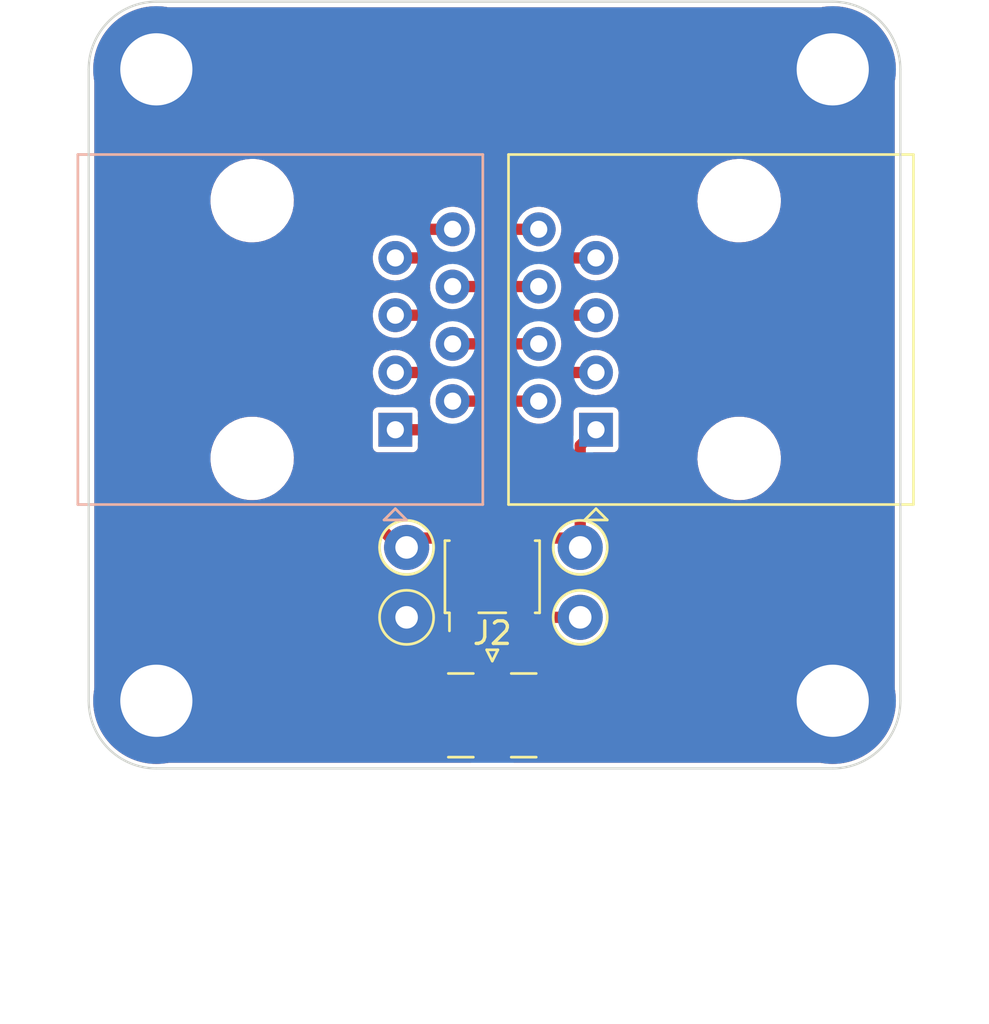
<source format=kicad_pcb>
(kicad_pcb (version 20211014) (generator pcbnew)
  (title_block (rev "1"))
  (layers (0 "F.Cu" signal "Front") (31 "B.Cu" signal "Back") (34 "B.Paste" user) (35 "F.Paste" user) (36 "B.SilkS" user "B.Silkscreen") (37 "F.SilkS" user "F.Silkscreen") (38 "B.Mask" user) (39 "F.Mask" user) (44 "Edge.Cuts" user))
  (net 0 "")
  (net 1 "Net-(J1-Pad1)")
  (net 2 "Net-(J1-Pad2)")
  (net 3 "Net-(J1-Pad3)")
  (net 4 "Net-(J1-Pad4)")
  (net 5 "Net-(J1-Pad5)")
  (net 6 "Net-(J1-Pad6)")
  (net 7 "Net-(J1-Pad7)")
  (net 8 "Net-(J1-Pad8)")
  (net 9 "Net-(J2-Pad1)")
  (net 10 "GND")
  (net 11 "Net-(J3-Pad8)")
  (footprint "Connector_Coaxial:SMA_Samtec_SMA-J-P-X-ST-EM1_EdgeMount" (layer "F.Cu") (at 117.9 91.5)
    (fp_text reference "J2" (at 0 -3.5) (layer "F.SilkS"))
    (fp_text value "Conn_Coaxial")
    (fp_line (start -0.25 -2.76) (end 0 -2.26) (layer "F.SilkS") (width 0.12))
    (fp_line (start -1.95 2) (end -0.84 2) (layer "F.SilkS") (width 0.12))
    (fp_line (start 0 -2.26) (end 0.25 -2.76) (layer "F.SilkS") (width 0.12))
    (fp_line (start -1.95 -1.71) (end -0.84 -1.71) (layer "F.SilkS") (width 0.12))
    (fp_line (start 0.25 -2.76) (end -0.25 -2.76) (layer "F.SilkS") (width 0.12))
    (fp_line (start 0.84 2) (end 1.95 2) (layer "F.SilkS") (width 0.12))
    (fp_line (start 0.84 -1.71) (end 1.95 -1.71) (layer "F.SilkS") (width 0.12))
    (pad "1" smd rect (at 0 0.2) (size 1.27 3.6) (layers "F.Cu" "F.Paste" "F.Mask") (net 9 "Net-(J2-Pad1)"))
    (pad "2" smd rect (at -2.825 0) (size 1.35 4.2) (layers "F.Cu" "F.Paste" "F.Mask") (net 10 "GND"))
    (pad "2" smd rect (at 2.825 0) (size 1.35 4.2) (layers "F.Cu" "F.Paste" "F.Mask") (net 10 "GND"))
    (pad "2" smd rect (at 2.825 0) (size 1.35 4.2) (layers "B.Cu" "B.Paste" "B.Mask") (net 10 "GND"))
    (pad "2" smd rect (at -2.825 0) (size 1.35 4.2) (layers "B.Cu" "B.Paste" "B.Mask") (net 10 "GND"))
  )
  (footprint "TestPoint:TestPoint_THTPad_D2.0mm_Drill1.0mm" (layer "F.Cu") (at 114.1 84.2)
    (fp_text reference "TP3" hide)
    (fp_text value "TestPoint")
    (fp_circle (center 0 0) (end 0 1.2) (layer "F.SilkS") (width 0.12) (fill none))
    (pad "1" thru_hole circle (at 0 0) (size 2 2) (drill 1) (layers *.Cu *.Mask) (net 11 "Net-(J3-Pad8)"))
  )
  (footprint "Connector_RJ:RJ45_Amphenol_54602-x08_Horizontal" (layer "F.Cu") (at 122.5 78.9825 90)
    (fp_text reference "J1" hide)
    (fp_text value "8P8C")
    (fp_line (start -3.315 -3.88) (end -3.315 14.08) (layer "F.SilkS") (width 0.12))
    (fp_line (start -4 0.5) (end -3.5 0) (layer "F.SilkS") (width 0.12))
    (fp_line (start -3.5 0) (end -4 -0.5) (layer "F.SilkS") (width 0.12))
    (fp_line (start -3.315 14.08) (end 12.205 14.08) (layer "F.SilkS") (width 0.12))
    (fp_line (start -4 -0.5) (end -4 0.5) (layer "F.SilkS") (width 0.12))
    (fp_line (start 12.205 -3.88) (end -3.315 -3.88) (layer "F.SilkS") (width 0.12))
    (fp_line (start 12.205 -3.88) (end 12.205 14.08) (layer "F.SilkS") (width 0.12))
    (pad "" np_thru_hole circle (at -1.27 6.35 90) (size 3.2 3.2) (drill 3.2) (layers *.Cu *.Mask))
    (pad "" np_thru_hole circle (at 10.16 6.35 90) (size 3.2 3.2) (drill 3.2) (layers *.Cu *.Mask))
    (pad "1" thru_hole rect (at 0 0 90) (size 1.5 1.5) (drill 0.76) (layers *.Cu *.Mask) (net 1 "Net-(J1-Pad1)"))
    (pad "2" thru_hole circle (at 1.27 -2.54 90) (size 1.5 1.5) (drill 0.76) (layers *.Cu *.Mask) (net 2 "Net-(J1-Pad2)"))
    (pad "3" thru_hole circle (at 2.54 0 90) (size 1.5 1.5) (drill 0.76) (layers *.Cu *.Mask) (net 3 "Net-(J1-Pad3)"))
    (pad "4" thru_hole circle (at 3.81 -2.54 90) (size 1.5 1.5) (drill 0.76) (layers *.Cu *.Mask) (net 4 "Net-(J1-Pad4)"))
    (pad "5" thru_hole circle (at 5.08 0 90) (size 1.5 1.5) (drill 0.76) (layers *.Cu *.Mask) (net 5 "Net-(J1-Pad5)"))
    (pad "6" thru_hole circle (at 6.35 -2.54 90) (size 1.5 1.5) (drill 0.76) (layers *.Cu *.Mask) (net 6 "Net-(J1-Pad6)"))
    (pad "7" thru_hole circle (at 7.62 0 90) (size 1.5 1.5) (drill 0.76) (layers *.Cu *.Mask) (net 7 "Net-(J1-Pad7)"))
    (pad "8" thru_hole circle (at 8.89 -2.54 90) (size 1.5 1.5) (drill 0.76) (layers *.Cu *.Mask) (net 8 "Net-(J1-Pad8)"))
  )
  (footprint "TestPoint:TestPoint_THTPad_D2.0mm_Drill1.0mm" (layer "F.Cu") (at 121.8 84.2)
    (fp_text reference "TP2" hide)
    (fp_text value "TestPoint")
    (fp_circle (center 0 0) (end 0 1.2) (layer "F.SilkS") (width 0.12) (fill none))
    (pad "1" thru_hole circle (at 0 0) (size 2 2) (drill 1) (layers *.Cu *.Mask) (net 1 "Net-(J1-Pad1)"))
  )
  (footprint "MountingHole:MountingHole_3.2mm_M3_DIN965_Pad" (layer "F.Cu") (at 103 63)
    (fp_text reference "H2" hide)
    (fp_text value "MountingHole_Pad")
    (pad "1" thru_hole circle (at 0 0) (size 5.6 5.6) (drill 3.2) (layers *.Cu *.Mask) (net 10 "GND"))
  )
  (footprint "MountingHole:MountingHole_3.2mm_M3_DIN965_Pad" (layer "F.Cu") (at 133 63)
    (fp_text reference "H4" hide)
    (fp_text value "MountingHole_Pad")
    (pad "1" thru_hole circle (at 0 0) (size 5.6 5.6) (drill 3.2) (layers *.Cu *.Mask) (net 10 "GND"))
  )
  (footprint "TestPoint:TestPoint_THTPad_D2.0mm_Drill1.0mm" (layer "F.Cu") (at 121.8 87.3)
    (fp_text reference "TP1" hide)
    (fp_text value "TestPoint")
    (fp_circle (center 0 0) (end 0 1.2) (layer "F.SilkS") (width 0.12) (fill none))
    (pad "1" thru_hole circle (at 0 0) (size 2 2) (drill 1) (layers *.Cu *.Mask) (net 9 "Net-(J2-Pad1)"))
  )
  (footprint "Transformer_SMD:Transformer_MACOM_SM-22" (layer "F.Cu") (at 117.9 85.5 90)
    (fp_text reference "TR1" hide)
    (fp_text value "ETC4-1-2")
    (fp_line (start -1.6 2.1) (end 1.6 2.1) (layer "F.SilkS") (width 0.12))
    (fp_line (start 1.6 -1.9) (end 1.6 -2.1) (layer "F.SilkS") (width 0.12))
    (fp_line (start 1.6 2.1) (end 1.6 1.9) (layer "F.SilkS") (width 0.12))
    (fp_line (start -1.6 1.9) (end -1.6 2.1) (layer "F.SilkS") (width 0.12))
    (fp_line (start -1.6 -2.1) (end -1.6 -1.9) (layer "F.SilkS") (width 0.12))
    (fp_line (start -1.6 -0.6) (end -1.6 0.6) (layer "F.SilkS") (width 0.12))
    (fp_line (start -1.6 -1.9) (end -2.4 -1.9) (layer "F.SilkS") (width 0.12))
    (fp_line (start 1.6 -2.1) (end -1.6 -2.1) (layer "F.SilkS") (width 0.12))
    (pad "1" smd rect (at -1.715 -1.27 90) (size 1.4 0.76) (layers "F.Cu" "F.Paste" "F.Mask") (net 10 "GND"))
    (pad "2" smd rect (at -1.715 1.27 90) (size 1.4 0.76) (layers "F.Cu" "F.Paste" "F.Mask") (net 9 "Net-(J2-Pad1)"))
    (pad "3" smd rect (at 1.715 1.27 90) (size 1.4 0.76) (layers "F.Cu" "F.Paste" "F.Mask") (net 1 "Net-(J1-Pad1)"))
    (pad "4" smd rect (at 1.715 0 90) (size 1.4 0.76) (layers "F.Cu" "F.Paste" "F.Mask") (net 10 "GND"))
    (pad "5" smd rect (at 1.715 -1.27 90) (size 1.4 0.76) (layers "F.Cu" "F.Paste" "F.Mask") (net 11 "Net-(J3-Pad8)"))
  )
  (footprint "MountingHole:MountingHole_3.2mm_M3_DIN965_Pad" (layer "F.Cu") (at 103 91)
    (fp_text reference "H3" hide)
    (fp_text value "MountingHole_Pad")
    (pad "1" thru_hole circle (at 0 0) (size 5.6 5.6) (drill 3.2) (layers *.Cu *.Mask) (net 10 "GND"))
  )
  (footprint "TestPoint:TestPoint_THTPad_D2.0mm_Drill1.0mm" (layer "F.Cu") (at 114.1 87.3)
    (fp_text reference "TP4" hide)
    (fp_text value "TestPoint")
    (fp_circle (center 0 0) (end 0 1.2) (layer "F.SilkS") (width 0.12) (fill none))
    (pad "1" thru_hole circle (at 0 0) (size 2 2) (drill 1) (layers *.Cu *.Mask) (net 10 "GND"))
  )
  (footprint "MountingHole:MountingHole_3.2mm_M3_DIN965_Pad" (layer "F.Cu") (at 133 91)
    (fp_text reference "H1" hide)
    (fp_text value "MountingHole_Pad")
    (pad "1" thru_hole circle (at 0 0) (size 5.6 5.6) (drill 3.2) (layers *.Cu *.Mask) (net 10 "GND"))
  )
  (footprint "Connector_RJ:RJ45_Amphenol_54602-x08_Horizontal" (layer "B.Cu") (at 113.6 78.9825 90)
    (fp_text reference "J3" hide)
    (fp_text value "8P8C")
    (fp_line (start 12.205 3.88) (end -3.315 3.88) (layer "B.SilkS") (width 0.12))
    (fp_line (start -3.5 0) (end -4 0.5) (layer "B.SilkS") (width 0.12))
    (fp_line (start 12.205 3.88) (end 12.205 -14.08) (layer "B.SilkS") (width 0.12))
    (fp_line (start -3.315 3.88) (end -3.315 -14.08) (layer "B.SilkS") (width 0.12))
    (fp_line (start -4 -0.5) (end -3.5 0) (layer "B.SilkS") (width 0.12))
    (fp_line (start -3.315 -14.08) (end 12.205 -14.08) (layer "B.SilkS") (width 0.12))
    (fp_line (start -4 0.5) (end -4 -0.5) (layer "B.SilkS") (width 0.12))
    (pad "" np_thru_hole circle (at -1.27 -6.35 90) (size 3.2 3.2) (drill 3.2) (layers *.Cu *.Mask))
    (pad "" np_thru_hole circle (at 10.16 -6.35 90) (size 3.2 3.2) (drill 3.2) (layers *.Cu *.Mask))
    (pad "1" thru_hole rect (at 0 0 90) (size 1.5 1.5) (drill 0.76) (layers *.Cu *.Mask) (net 2 "Net-(J1-Pad2)"))
    (pad "2" thru_hole circle (at 1.27 2.54 90) (size 1.5 1.5) (drill 0.76) (layers *.Cu *.Mask) (net 3 "Net-(J1-Pad3)"))
    (pad "3" thru_hole circle (at 2.54 0 90) (size 1.5 1.5) (drill 0.76) (layers *.Cu *.Mask) (net 4 "Net-(J1-Pad4)"))
    (pad "4" thru_hole circle (at 3.81 2.54 90) (size 1.5 1.5) (drill 0.76) (layers *.Cu *.Mask) (net 5 "Net-(J1-Pad5)"))
    (pad "5" thru_hole circle (at 5.08 0 90) (size 1.5 1.5) (drill 0.76) (layers *.Cu *.Mask) (net 6 "Net-(J1-Pad6)"))
    (pad "6" thru_hole circle (at 6.35 2.54 90) (size 1.5 1.5) (drill 0.76) (layers *.Cu *.Mask) (net 7 "Net-(J1-Pad7)"))
    (pad "7" thru_hole circle (at 7.62 0 90) (size 1.5 1.5) (drill 0.76) (layers *.Cu *.Mask) (net 8 "Net-(J1-Pad8)"))
    (pad "8" thru_hole circle (at 8.89 2.54 90) (size 1.5 1.5) (drill 0.76) (layers *.Cu *.Mask) (net 11 "Net-(J3-Pad8)"))
  )
  (gr_arc (start 103 94) (mid 100.87868 93.12132) (end 100 91) (layer "Edge.Cuts") (width 0.1))
  (gr_arc (start 136 91) (mid 135.12132 93.12132) (end 133 94) (layer "Edge.Cuts") (width 0.1))
  (gr_arc (start 133 60) (mid 135.12132 60.87868) (end 136 63) (layer "Edge.Cuts") (width 0.1))
  (gr_line (start 136 91) (end 136 63) (layer "Edge.Cuts") (width 0.1))
  (gr_line (start 103 60) (end 133 60) (layer "Edge.Cuts") (width 0.1))
  (gr_arc (start 100 63) (mid 100.87868 60.87868) (end 103 60) (layer "Edge.Cuts") (width 0.1))
  (gr_line (start 103 94) (end 133 94) (layer "Edge.Cuts") (width 0.1))
  (gr_line (start 100 63) (end 100 91) (layer "Edge.Cuts") (width 0.1))
  (segment (start 121.8 83.785) (end 121.8 79.6825) (width 0.5) (layer "F.Cu") (net 1))
  (segment (start 121.8 79.6825) (end 122.5 78.9825) (width 0.5) (layer "F.Cu") (net 1))
  (segment (start 119.17 83.785) (end 121.8 83.785) (width 0.5) (layer "F.Cu") (net 1))
  (segment (start 118.6875 77.7125) (end 119.96 77.7125) (width 0.5) (layer "F.Cu") (net 2))
  (segment (start 117.4175 78.9825) (end 118.6875 77.7125) (width 0.5) (layer "F.Cu") (net 2))
  (segment (start 113.6 78.9825) (end 117.4175 78.9825) (width 0.5) (layer "F.Cu") (net 2))
  (segment (start 117.4875 77.7125) (end 118.7575 76.4425) (width 0.5) (layer "F.Cu") (net 3))
  (segment (start 116.14 77.7125) (end 117.4875 77.7125) (width 0.5) (layer "F.Cu") (net 3))
  (segment (start 118.7575 76.4425) (end 122.5 76.4425) (width 0.5) (layer "F.Cu") (net 3))
  (segment (start 113.6 76.4425) (end 117.4575 76.4425) (width 0.5) (layer "F.Cu") (net 4))
  (segment (start 118.7275 75.1725) (end 119.96 75.1725) (width 0.5) (layer "F.Cu") (net 4))
  (segment (start 117.4575 76.4425) (end 118.7275 75.1725) (width 0.5) (layer "F.Cu") (net 4))
  (segment (start 118.6975 73.9025) (end 122.5 73.9025) (width 0.5) (layer "F.Cu") (net 5))
  (segment (start 116.14 75.1725) (end 117.4275 75.1725) (width 0.5) (layer "F.Cu") (net 5))
  (segment (start 117.4275 75.1725) (end 118.6975 73.9025) (width 0.5) (layer "F.Cu") (net 5))
  (segment (start 117.3475 73.9025) (end 118.6175 72.6325) (width 0.5) (layer "F.Cu") (net 6))
  (segment (start 113.6 73.9025) (end 117.3475 73.9025) (width 0.5) (layer "F.Cu") (net 6))
  (segment (start 118.6175 72.6325) (end 119.96 72.6325) (width 0.5) (layer "F.Cu") (net 6))
  (segment (start 116.14 72.6325) (end 117.2675 72.6325) (width 0.5) (layer "F.Cu") (net 7))
  (segment (start 117.2675 72.6325) (end 118.5375 71.3625) (width 0.5) (layer "F.Cu") (net 7))
  (segment (start 118.5375 71.3625) (end 122.5 71.3625) (width 0.5) (layer "F.Cu") (net 7))
  (segment (start 113.6 71.3625) (end 116.8375 71.3625) (width 0.5) (layer "F.Cu") (net 8))
  (segment (start 118.1075 70.0925) (end 119.96 70.0925) (width 0.5) (layer "F.Cu") (net 8))
  (segment (start 116.8375 71.3625) (end 118.1075 70.0925) (width 0.5) (layer "F.Cu") (net 8))
  (segment (start 119.085 87.3) (end 121.6 87.3) (width 0.5) (layer "F.Cu") (net 9))
  (segment (start 117.9 88.485) (end 119.085 87.3) (width 0.5) (layer "F.Cu") (net 9))
  (segment (start 117.9 91.7) (end 117.9 88.485) (width 0.5) (layer "F.Cu") (net 9))
  (segment (start 112.4075 70.0925) (end 110.5 72) (width 0.5) (layer "F.Cu") (net 11))
  (segment (start 110.5 80.9) (end 113.385 83.785) (width 0.5) (layer "F.Cu") (net 11))
  (segment (start 113.385 83.785) (end 116.63 83.785) (width 0.5) (layer "F.Cu") (net 11))
  (segment (start 116.14 70.0925) (end 112.4075 70.0925) (width 0.5) (layer "F.Cu") (net 11))
  (segment (start 110.5 72) (end 110.5 80.9) (width 0.5) (layer "F.Cu") (net 11))
  (zone (net 10) (net_name "GND") (layer "F.Cu") (connect_pads yes (clearance 0.25)) (min_thickness 0.2) (fill yes (thermal_gap 0.254) (thermal_bridge_width 0.254))
    (polygon (pts (xy 136 99) (xy 100 99) (xy 100 60) (xy 136 60)))
  )
  (zone (net 10) (net_name "GND") (layer "B.Cu") (connect_pads yes (clearance 0.25)) (min_thickness 0.2) (fill yes (thermal_gap 0.254) (thermal_bridge_width 0.254))
    (polygon (pts (xy 136 99) (xy 100 99) (xy 100 60) (xy 136 60)))
  )
)
</source>
